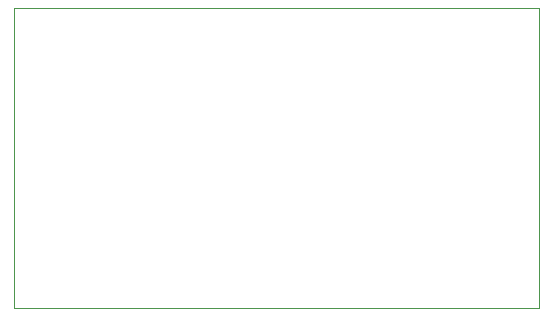
<source format=gbr>
G04 #@! TF.GenerationSoftware,KiCad,Pcbnew,(5.1.5)-3*
G04 #@! TF.CreationDate,2020-04-16T14:44:53-04:00*
G04 #@! TF.ProjectId,STM32_SMD_Quadcopter,53544d33-325f-4534-9d44-5f5175616463,rev?*
G04 #@! TF.SameCoordinates,PX2daf690PY1aab7d8*
G04 #@! TF.FileFunction,Profile,NP*
%FSLAX46Y46*%
G04 Gerber Fmt 4.6, Leading zero omitted, Abs format (unit mm)*
G04 Created by KiCad (PCBNEW (5.1.5)-3) date 2020-04-16 14:44:53*
%MOMM*%
%LPD*%
G04 APERTURE LIST*
%ADD10C,0.100000*%
G04 APERTURE END LIST*
D10*
X0Y-25400000D02*
X0Y0D01*
X44450000Y-25400000D02*
X0Y-25400000D01*
X44450000Y0D02*
X44450000Y-25400000D01*
X0Y0D02*
X44450000Y0D01*
M02*

</source>
